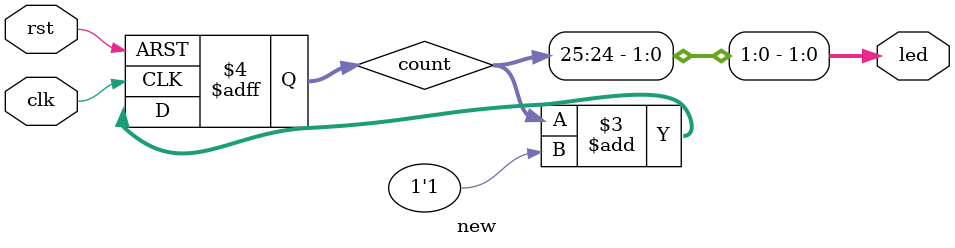
<source format=v>
`timescale 1ns / 1ps

module new(
 input clk,
 input rst,
 output [7:0] led
 );
 reg [25:0]count;
 wire rst_but =~ rst;
 always @(posedge clk or posedge rst_but) begin
 if (rst_but)
 count <= 1'b0;
 else
 count <= count + 1'b1;
 end
 assign led[1:0] = count[25:24];
endmodule


</source>
